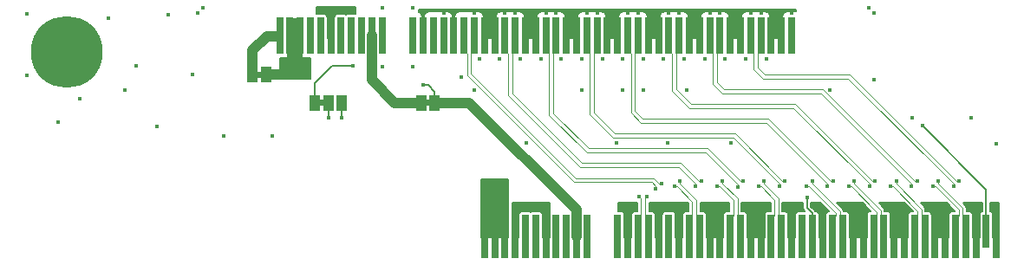
<source format=gtl>
%TF.GenerationSoftware,KiCad,Pcbnew,5.1.5+dfsg1-2build2*%
%TF.CreationDate,2020-11-04T23:41:29+01:00*%
%TF.ProjectId,HPE_FlexibleLOM_adapter_x4,4850455f-466c-4657-9869-626c654c4f4d,1.0 11.2020*%
%TF.SameCoordinates,Original*%
%TF.FileFunction,Copper,L1,Top*%
%TF.FilePolarity,Positive*%
%FSLAX46Y46*%
G04 Gerber Fmt 4.6, Leading zero omitted, Abs format (unit mm)*
G04 Created by KiCad (PCBNEW 5.1.5+dfsg1-2build2) date 2020-11-04 23:41:29*
%MOMM*%
%LPD*%
G04 APERTURE LIST*
%TA.AperFunction,EtchedComponent*%
%ADD10C,0.100000*%
%TD*%
%TA.AperFunction,ComponentPad*%
%ADD11C,7.000000*%
%TD*%
%TA.AperFunction,ComponentPad*%
%ADD12C,0.800000*%
%TD*%
%TA.AperFunction,SMDPad,CuDef*%
%ADD13R,0.700000X3.600000*%
%TD*%
%TA.AperFunction,SMDPad,CuDef*%
%ADD14R,1.000000X1.500000*%
%TD*%
%TA.AperFunction,ConnectorPad*%
%ADD15R,0.700000X4.300000*%
%TD*%
%TA.AperFunction,ConnectorPad*%
%ADD16R,0.700000X3.200000*%
%TD*%
%TA.AperFunction,ViaPad*%
%ADD17C,0.450000*%
%TD*%
%TA.AperFunction,Conductor*%
%ADD18C,0.090000*%
%TD*%
%TA.AperFunction,Conductor*%
%ADD19C,1.000000*%
%TD*%
%TA.AperFunction,Conductor*%
%ADD20C,0.127000*%
%TD*%
G04 APERTURE END LIST*
D10*
%TO.C,JP2*%
G36*
X98250000Y-107300000D02*
G01*
X97750000Y-107300000D01*
X97750000Y-106700000D01*
X98250000Y-106700000D01*
X98250000Y-107300000D01*
G37*
%TO.C,JP4*%
G36*
X103850000Y-109450000D02*
G01*
X104350000Y-109450000D01*
X104350000Y-110050000D01*
X103850000Y-110050000D01*
X103850000Y-109450000D01*
G37*
%TO.C,JP1*%
G36*
X114750000Y-110050000D02*
G01*
X114250000Y-110050000D01*
X114250000Y-109450000D01*
X114750000Y-109450000D01*
X114750000Y-110050000D01*
G37*
%TD*%
D11*
%TO.P,REF\002A\002A,1*%
%TO.N,N/C*%
X79200000Y-104750000D03*
D12*
X81825000Y-104750000D03*
X81056155Y-106606155D03*
X79200000Y-107375000D03*
X77343845Y-106606155D03*
X76575000Y-104750000D03*
X77343845Y-102893845D03*
X79200000Y-102125000D03*
X81056155Y-102893845D03*
%TD*%
D13*
%TO.P,J2,B1*%
%TO.N,Net-(J2-PadB1)*%
X100000000Y-103200000D03*
%TO.P,J2,B12*%
%TO.N,Net-(J2-PadB12)*%
X113000000Y-103200000D03*
%TO.P,J2,B13*%
%TO.N,GND*%
X114000000Y-103200000D03*
%TO.P,J2,B14*%
%TO.N,Net-(J2-PadB14)*%
X115000000Y-103200000D03*
%TO.P,J2,B15*%
%TO.N,Net-(J2-PadB15)*%
X116000000Y-103200000D03*
%TO.P,J2,B16*%
%TO.N,GND*%
X117000000Y-103200000D03*
%TO.P,J2,B17*%
%TO.N,/RX0+*%
X118000000Y-103200000D03*
%TO.P,J2,B18*%
%TO.N,/RX0-*%
X119000000Y-103200000D03*
%TO.P,J2,B19*%
%TO.N,GND*%
X120000000Y-103200000D03*
%TO.P,J2,B20*%
X121000000Y-103200000D03*
%TO.P,J2,B21*%
%TO.N,/RX1+*%
X122000000Y-103200000D03*
%TO.P,J2,B22*%
%TO.N,/RX1-*%
X123000000Y-103200000D03*
%TO.P,J2,B23*%
%TO.N,GND*%
X124000000Y-103200000D03*
%TO.P,J2,B24*%
X125000000Y-103200000D03*
%TO.P,J2,B25*%
%TO.N,/RX2+*%
X126000000Y-103200000D03*
%TO.P,J2,B26*%
%TO.N,/RX2-*%
X127000000Y-103200000D03*
%TO.P,J2,B27*%
%TO.N,GND*%
X128000000Y-103200000D03*
%TO.P,J2,B28*%
X129000000Y-103200000D03*
%TO.P,J2,B29*%
%TO.N,/RX3+*%
X130000000Y-103200000D03*
%TO.P,J2,B30*%
%TO.N,/RX3-*%
X131000000Y-103200000D03*
%TO.P,J2,B31*%
%TO.N,GND*%
X132000000Y-103200000D03*
%TO.P,J2,B32*%
X133000000Y-103200000D03*
%TO.P,J2,B33*%
%TO.N,/RX4+*%
X134000000Y-103200000D03*
%TO.P,J2,B34*%
%TO.N,/RX4-*%
X135000000Y-103200000D03*
%TO.P,J2,B35*%
%TO.N,GND*%
X136000000Y-103200000D03*
%TO.P,J2,B36*%
X137000000Y-103200000D03*
%TO.P,J2,B37*%
%TO.N,/RX5+*%
X138000000Y-103200000D03*
%TO.P,J2,B38*%
%TO.N,/RX5-*%
X139000000Y-103200000D03*
%TO.P,J2,B39*%
%TO.N,GND*%
X140000000Y-103200000D03*
%TO.P,J2,B40*%
X141000000Y-103200000D03*
%TO.P,J2,B41*%
%TO.N,/RX6+*%
X142000000Y-103200000D03*
%TO.P,J2,B42*%
%TO.N,/RX6-*%
X143000000Y-103200000D03*
%TO.P,J2,B43*%
%TO.N,GND*%
X144000000Y-103200000D03*
%TO.P,J2,B44*%
X145000000Y-103200000D03*
%TO.P,J2,B45*%
%TO.N,/RX7+*%
X146000000Y-103200000D03*
%TO.P,J2,B46*%
%TO.N,/RX7-*%
X147000000Y-103200000D03*
%TO.P,J2,B47*%
%TO.N,GND*%
X148000000Y-103200000D03*
%TO.P,J2,B48*%
X149000000Y-103200000D03*
%TO.P,J2,B49*%
%TO.N,Net-(J2-PadB49)*%
X150000000Y-103200000D03*
%TO.P,J2,B2*%
%TO.N,+12V*%
X101000000Y-103200000D03*
%TO.P,J2,B3*%
X102000000Y-103200000D03*
%TO.P,J2,B4*%
%TO.N,Net-(J2-PadB4)*%
X103000000Y-103200000D03*
%TO.P,J2,B5*%
%TO.N,Net-(J2-PadB5)*%
X104000000Y-103200000D03*
%TO.P,J2,B6*%
%TO.N,GND*%
X105000000Y-103200000D03*
%TO.P,J2,B7*%
%TO.N,Net-(J2-PadB7)*%
X106000000Y-103200000D03*
%TO.P,J2,B8*%
%TO.N,Net-(J2-PadB8)*%
X107000000Y-103200000D03*
%TO.P,J2,B9*%
%TO.N,Net-(J2-PadB9)*%
X108000000Y-103200000D03*
%TO.P,J2,B10*%
%TO.N,Net-(J2-PadB10)*%
X109000000Y-103200000D03*
%TO.P,J2,B11*%
%TO.N,Net-(J2-PadB11)*%
X110000000Y-103200000D03*
%TD*%
D14*
%TO.P,JP2,2*%
%TO.N,Net-(J2-PadB1)*%
X97350000Y-107000000D03*
%TO.P,JP2,1*%
%TO.N,+12V*%
X98650000Y-107000000D03*
%TD*%
%TO.P,JP4,2*%
%TO.N,Net-(J1-PadA1)*%
X104750000Y-109750000D03*
%TO.P,JP4,3*%
%TO.N,/PRSNT_x4*%
X106050000Y-109750000D03*
%TO.P,JP4,1*%
%TO.N,/PRSNT_x8*%
X103450000Y-109750000D03*
%TD*%
%TO.P,JP1,2*%
%TO.N,Net-(J2-PadB10)*%
X113850000Y-109750000D03*
%TO.P,JP1,1*%
%TO.N,+3V3*%
X115150000Y-109750000D03*
%TD*%
D15*
%TO.P,J1,B13*%
%TO.N,GND*%
X134000000Y-122850000D03*
%TO.P,J1,B12*%
%TO.N,Net-(J1-PadB12)*%
X133000000Y-122850000D03*
%TO.P,J1,B18*%
%TO.N,GND*%
X139000000Y-122850000D03*
%TO.P,J1,B17*%
%TO.N,Net-(J1-PadB17)*%
X138000000Y-122850000D03*
%TO.P,J1,B16*%
%TO.N,GND*%
X137000000Y-122850000D03*
%TO.P,J1,B15*%
%TO.N,/TX0-*%
X136000000Y-122850000D03*
%TO.P,J1,B14*%
%TO.N,/TX0+*%
X135000000Y-122850000D03*
%TO.P,J1,B11*%
%TO.N,Net-(J1-PadB11)*%
X130000000Y-122850000D03*
%TO.P,J1,B10*%
%TO.N,+3V3*%
X129000000Y-122850000D03*
%TO.P,J1,B9*%
%TO.N,Net-(J1-PadB9)*%
X128000000Y-122850000D03*
%TO.P,J1,B8*%
%TO.N,Net-(J1-PadB8)*%
X127000000Y-122850000D03*
%TO.P,J1,B7*%
%TO.N,GND*%
X126000000Y-122850000D03*
%TO.P,J1,B6*%
%TO.N,Net-(J1-PadB6)*%
X125000000Y-122850000D03*
%TO.P,J1,B5*%
%TO.N,Net-(J1-PadB5)*%
X124000000Y-122850000D03*
%TO.P,J1,B4*%
%TO.N,GND*%
X123000000Y-122850000D03*
%TO.P,J1,B3*%
%TO.N,+12V*%
X122000000Y-122850000D03*
%TO.P,J1,B2*%
X121000000Y-122850000D03*
%TO.P,J1,B1*%
X120000000Y-122850000D03*
%TO.P,J1,B19*%
%TO.N,/TX1+*%
X140000000Y-122850000D03*
%TO.P,J1,B20*%
%TO.N,/TX1-*%
X141000000Y-122850000D03*
%TO.P,J1,B21*%
%TO.N,GND*%
X142000000Y-122850000D03*
%TO.P,J1,B22*%
X143000000Y-122850000D03*
%TO.P,J1,B23*%
%TO.N,/TX2+*%
X144000000Y-122850000D03*
%TO.P,J1,B24*%
%TO.N,/TX2-*%
X145000000Y-122850000D03*
%TO.P,J1,B25*%
%TO.N,GND*%
X146000000Y-122850000D03*
%TO.P,J1,B26*%
X147000000Y-122850000D03*
%TO.P,J1,B27*%
%TO.N,/TX3+*%
X148000000Y-122850000D03*
%TO.P,J1,B28*%
%TO.N,/TX3-*%
X149000000Y-122850000D03*
%TO.P,J1,B29*%
%TO.N,GND*%
X150000000Y-122850000D03*
%TO.P,J1,B30*%
%TO.N,Net-(J1-PadB30)*%
X151000000Y-122850000D03*
%TO.P,J1,B31*%
%TO.N,/PRSNT_x4*%
X152000000Y-122850000D03*
%TO.P,J1,B32*%
%TO.N,GND*%
X153000000Y-122850000D03*
%TO.P,J1,B33*%
%TO.N,/TX4+*%
X154000000Y-122850000D03*
%TO.P,J1,B34*%
%TO.N,/TX4-*%
X155000000Y-122850000D03*
%TO.P,J1,B35*%
%TO.N,GND*%
X156000000Y-122850000D03*
%TO.P,J1,B36*%
X157000000Y-122850000D03*
%TO.P,J1,B37*%
%TO.N,/TX5+*%
X158000000Y-122850000D03*
%TO.P,J1,B38*%
%TO.N,/TX5-*%
X159000000Y-122850000D03*
%TO.P,J1,B39*%
%TO.N,GND*%
X160000000Y-122850000D03*
%TO.P,J1,B40*%
X161000000Y-122850000D03*
%TO.P,J1,B41*%
%TO.N,/TX6+*%
X162000000Y-122850000D03*
%TO.P,J1,B42*%
%TO.N,/TX6-*%
X163000000Y-122850000D03*
%TO.P,J1,B43*%
%TO.N,GND*%
X164000000Y-122850000D03*
%TO.P,J1,B44*%
X165000000Y-122850000D03*
%TO.P,J1,B45*%
%TO.N,/TX7+*%
X166000000Y-122850000D03*
%TO.P,J1,B46*%
%TO.N,/TX7-*%
X167000000Y-122850000D03*
%TO.P,J1,B47*%
%TO.N,GND*%
X168000000Y-122850000D03*
D16*
%TO.P,J1,B48*%
%TO.N,/PRSNT_x8*%
X169000000Y-122300000D03*
D15*
%TO.P,J1,B49*%
%TO.N,GND*%
X170000000Y-122850000D03*
%TD*%
D17*
%TO.N,/TX7-*%
X164297237Y-117402763D03*
%TO.N,/TX7+*%
X163752763Y-117947237D03*
%TO.N,/TX6-*%
X160197237Y-117402763D03*
%TO.N,/TX0-*%
X135885000Y-118900000D03*
%TO.N,/TX0+*%
X135115000Y-118900000D03*
%TO.N,+3V3*%
X114000000Y-108000000D03*
%TO.N,+12V*%
X121999999Y-118400000D03*
X120500000Y-118400000D03*
X121250000Y-118400000D03*
X120500000Y-120000000D03*
X122000000Y-120000000D03*
X122000000Y-119200000D03*
X121250000Y-117600000D03*
X122000000Y-117600000D03*
X121249999Y-120000000D03*
X121250000Y-119200000D03*
X120500000Y-117600000D03*
X120500000Y-119200000D03*
X100300000Y-105650000D03*
X100300001Y-107150000D03*
X100300000Y-106399999D03*
X102700000Y-107150000D03*
X102700000Y-105650000D03*
X102700000Y-106400000D03*
X101900000Y-105650000D03*
X101900000Y-106400000D03*
X101900000Y-107150000D03*
X101100000Y-107150000D03*
X101100000Y-106400000D03*
X101100000Y-105650000D03*
%TO.N,/RX0-*%
X137272237Y-117627763D03*
%TO.N,/RX0+*%
X136727763Y-118172237D03*
%TO.N,/RX1+*%
X140602763Y-117947237D03*
%TO.N,/RX1-*%
X141147237Y-117402763D03*
%TO.N,/RX2+*%
X144727763Y-117972237D03*
%TO.N,/RX2-*%
X145272237Y-117427763D03*
%TO.N,/RX3+*%
X148802763Y-117947237D03*
%TO.N,/RX3-*%
X149347237Y-117402763D03*
%TO.N,/TX1+*%
X138552763Y-117947237D03*
%TO.N,/TX1-*%
X139097237Y-117402763D03*
%TO.N,/TX2+*%
X142677763Y-117947237D03*
%TO.N,/TX2-*%
X143222237Y-117402763D03*
%TO.N,/TX3+*%
X146752763Y-117947237D03*
%TO.N,/TX3-*%
X147297237Y-117402763D03*
%TO.N,/RX4+*%
X153502763Y-117947237D03*
%TO.N,/RX4-*%
X154047237Y-117402763D03*
%TO.N,/RX5+*%
X157577763Y-117947237D03*
%TO.N,/RX5-*%
X158122237Y-117402763D03*
%TO.N,/RX6+*%
X161702763Y-117947237D03*
%TO.N,/RX6-*%
X162247237Y-117402763D03*
%TO.N,/RX7+*%
X165802763Y-117947237D03*
%TO.N,/RX7-*%
X166347237Y-117402763D03*
%TO.N,/TX4+*%
X151452763Y-117947237D03*
%TO.N,/TX4-*%
X151997237Y-117402763D03*
%TO.N,/TX5+*%
X155552763Y-117947237D03*
%TO.N,/TX5-*%
X156097237Y-117402763D03*
%TO.N,/TX6+*%
X159652763Y-117947237D03*
%TO.N,Net-(J1-PadA1)*%
X104750000Y-111250000D03*
%TO.N,GND*%
X124050000Y-113700000D03*
X155300000Y-120200000D03*
X157300000Y-120200000D03*
X161300000Y-120200000D03*
X133300000Y-119800000D03*
X136600000Y-119800000D03*
X139400000Y-119800000D03*
X138500000Y-119800000D03*
X141600000Y-119800000D03*
X143400000Y-119800000D03*
X145600000Y-119800000D03*
X147400000Y-119800000D03*
X149600000Y-119800000D03*
X152300000Y-119800000D03*
X169700000Y-119800000D03*
X167400000Y-120100000D03*
X165300000Y-120200000D03*
X159300000Y-120200000D03*
X123000000Y-120000000D03*
X126000000Y-120000000D03*
X125000000Y-120000000D03*
X124000000Y-120000000D03*
X134000000Y-101000000D03*
X135000000Y-101000000D03*
X131000000Y-101000000D03*
X130000000Y-101000000D03*
X126000000Y-101000000D03*
X127000000Y-101000000D03*
X123000000Y-101000000D03*
X122000000Y-101000000D03*
X119000000Y-101000000D03*
X116000000Y-101000000D03*
X114000000Y-101000000D03*
X138000000Y-101000000D03*
X139000000Y-101000000D03*
X142000000Y-101000000D03*
X143000000Y-101000000D03*
X146000000Y-101000000D03*
X147000000Y-101000000D03*
X150000000Y-101000000D03*
X107000000Y-100750000D03*
X104000000Y-100750000D03*
X106000000Y-100750000D03*
X105000000Y-100750000D03*
X121000000Y-101000000D03*
X120000000Y-101000000D03*
X117000000Y-101000000D03*
X124000000Y-101000000D03*
X125000000Y-101000000D03*
X128000000Y-101000000D03*
X129000000Y-101000000D03*
X132000000Y-101000000D03*
X133000000Y-101000000D03*
X136000000Y-101000000D03*
X137000000Y-101000000D03*
X140000000Y-101000000D03*
X141000000Y-101000000D03*
X144000000Y-101000000D03*
X145000000Y-101000000D03*
X148000000Y-101000000D03*
X149000000Y-101000000D03*
X110000000Y-100500000D03*
X113000000Y-100500000D03*
X92500000Y-100500000D03*
X92000000Y-101000000D03*
X99250000Y-113000000D03*
X94500000Y-113000000D03*
X119500000Y-105500000D03*
X121500000Y-105500000D03*
X123500000Y-105500000D03*
X125500000Y-105500000D03*
X127500000Y-105500000D03*
X129500000Y-105500000D03*
X131500000Y-105500000D03*
X133500000Y-105500000D03*
X135500000Y-105500000D03*
X137500000Y-105500000D03*
X139500000Y-105500000D03*
X141500000Y-105500000D03*
X143500000Y-105500000D03*
X145500000Y-105500000D03*
X147500000Y-105500000D03*
X157500000Y-100500000D03*
X167500000Y-111250000D03*
X170000000Y-113750000D03*
X133500000Y-108500000D03*
X135500000Y-108500000D03*
X153750000Y-108500000D03*
X119000000Y-108500000D03*
X139750000Y-108500000D03*
X129500000Y-108500000D03*
X158000000Y-107500000D03*
X161750000Y-111250000D03*
X144100000Y-113700000D03*
X137900000Y-113700000D03*
X132850000Y-113700000D03*
X113000000Y-106250000D03*
X110000000Y-106250000D03*
X117750000Y-107250000D03*
X158000000Y-101000000D03*
X88050000Y-112100000D03*
X86000000Y-106150000D03*
X83250000Y-101450000D03*
X75300000Y-101050000D03*
X75300000Y-107100000D03*
X80500000Y-109350000D03*
X84900000Y-108500000D03*
X78400000Y-111650000D03*
X89100000Y-101150000D03*
X91500000Y-107000000D03*
%TO.N,/PRSNT_x4*%
X151500000Y-119000000D03*
X106050000Y-111250000D03*
%TO.N,/PRSNT_x8*%
X162750000Y-112000000D03*
X107150000Y-106150000D03*
%TD*%
D18*
%TO.N,/TX7-*%
X166705000Y-120065086D02*
X164297237Y-117657323D01*
X164297237Y-117657323D02*
X164297237Y-117402763D01*
X166705000Y-120755000D02*
X166705000Y-120065086D01*
X167000000Y-122850000D02*
X167000000Y-121050000D01*
X167000000Y-121050000D02*
X166705000Y-120755000D01*
%TO.N,/TX7+*%
X164007323Y-117947237D02*
X163752763Y-117947237D01*
X166295000Y-120234914D02*
X164007323Y-117947237D01*
X166295000Y-120755000D02*
X166295000Y-120234914D01*
X166000000Y-121050000D02*
X166295000Y-120755000D01*
X166000000Y-122850000D02*
X166000000Y-121050000D01*
%TO.N,/TX6-*%
X160197237Y-117657323D02*
X160197237Y-117402763D01*
X162705000Y-120165086D02*
X160197237Y-117657323D01*
X162705000Y-120755000D02*
X162705000Y-120165086D01*
X163000000Y-122850000D02*
X163000000Y-121050000D01*
X163000000Y-121050000D02*
X162705000Y-120755000D01*
%TO.N,/TX0-*%
X136000000Y-122850000D02*
X136000000Y-121050000D01*
X136000000Y-121050000D02*
X135705000Y-120755000D01*
X135705000Y-119080000D02*
X135885000Y-118900000D01*
X135705000Y-120755000D02*
X135705000Y-119080000D01*
%TO.N,/TX0+*%
X135000000Y-121050000D02*
X135295000Y-120755000D01*
X135000000Y-122850000D02*
X135000000Y-121050000D01*
X135295000Y-119080000D02*
X135115000Y-118900000D01*
X135295000Y-120755000D02*
X135295000Y-119080000D01*
D19*
%TO.N,+3V3*%
X129000000Y-120221398D02*
X118528602Y-109750000D01*
X129000000Y-122850000D02*
X129000000Y-120221398D01*
X118528602Y-109750000D02*
X115250000Y-109750000D01*
D20*
X115150000Y-108650000D02*
X114500000Y-108000000D01*
X114500000Y-108000000D02*
X114000000Y-108000000D01*
X115150000Y-109750000D02*
X115150000Y-108650000D01*
D19*
%TO.N,+12V*%
X98650000Y-107000000D02*
X100300000Y-107000000D01*
D18*
%TO.N,/RX0-*%
X119000000Y-103200000D02*
X119000000Y-104650000D01*
X119000000Y-104650000D02*
X118705000Y-104945000D01*
X137017677Y-117627763D02*
X137272237Y-117627763D01*
X118705000Y-106890086D02*
X128934914Y-117120000D01*
X136509914Y-117120000D02*
X137017677Y-117627763D01*
X128934914Y-117120000D02*
X136509914Y-117120000D01*
X118705000Y-104945000D02*
X118705000Y-106890086D01*
%TO.N,/RX0+*%
X136727763Y-117917677D02*
X136727763Y-118172237D01*
X136340086Y-117530000D02*
X136727763Y-117917677D01*
X118295000Y-104945000D02*
X118295000Y-107059914D01*
X118000000Y-103200000D02*
X118000000Y-104650000D01*
X128765086Y-117530000D02*
X136340086Y-117530000D01*
X118000000Y-104650000D02*
X118295000Y-104945000D01*
X118295000Y-107059914D02*
X128765086Y-117530000D01*
%TO.N,/RX1+*%
X122295000Y-104945000D02*
X122295000Y-109034914D01*
X122000000Y-103200000D02*
X122000000Y-104650000D01*
X129340086Y-116080000D02*
X138990086Y-116080000D01*
X122000000Y-104650000D02*
X122295000Y-104945000D01*
X122295000Y-109034914D02*
X129340086Y-116080000D01*
X138990086Y-116080000D02*
X140602763Y-117692677D01*
X140602763Y-117692677D02*
X140602763Y-117947237D01*
%TO.N,/RX1-*%
X140892677Y-117402763D02*
X141147237Y-117402763D01*
X129509914Y-115670000D02*
X139159914Y-115670000D01*
X123000000Y-103200000D02*
X123000000Y-104650000D01*
X139159914Y-115670000D02*
X140892677Y-117402763D01*
X123000000Y-104650000D02*
X122705000Y-104945000D01*
X122705000Y-104945000D02*
X122705000Y-108865086D01*
X122705000Y-108865086D02*
X129509914Y-115670000D01*
%TO.N,/RX2+*%
X126000000Y-104650000D02*
X126295000Y-104945000D01*
X126000000Y-103200000D02*
X126000000Y-104650000D01*
X126295000Y-104945000D02*
X126295000Y-110934914D01*
X126295000Y-110934914D02*
X129990086Y-114630000D01*
X144727763Y-117717677D02*
X144727763Y-117972237D01*
X141640086Y-114630000D02*
X144727763Y-117717677D01*
X129990086Y-114630000D02*
X141640086Y-114630000D01*
%TO.N,/RX2-*%
X127000000Y-104650000D02*
X126705000Y-104945000D01*
X127000000Y-103200000D02*
X127000000Y-104650000D01*
X126705000Y-104945000D02*
X126705000Y-110765086D01*
X126705000Y-110765086D02*
X130159914Y-114220000D01*
X141809914Y-114220000D02*
X145017677Y-117427763D01*
X130159914Y-114220000D02*
X141809914Y-114220000D01*
X145017677Y-117427763D02*
X145272237Y-117427763D01*
%TO.N,/RX3+*%
X130000000Y-104650000D02*
X130295000Y-104945000D01*
X130000000Y-103200000D02*
X130000000Y-104650000D01*
X130295000Y-104945000D02*
X130295000Y-110909914D01*
X130295000Y-110909914D02*
X132565086Y-113180000D01*
X148802763Y-117692677D02*
X148802763Y-117947237D01*
X144290086Y-113180000D02*
X148802763Y-117692677D01*
X132565086Y-113180000D02*
X144290086Y-113180000D01*
%TO.N,/RX3-*%
X131000000Y-104650000D02*
X130705000Y-104945000D01*
X131000000Y-103200000D02*
X131000000Y-104650000D01*
X130705000Y-104945000D02*
X130705000Y-110740086D01*
X130705000Y-110740086D02*
X132734914Y-112770000D01*
X149092677Y-117402763D02*
X149347237Y-117402763D01*
X144459914Y-112770000D02*
X149092677Y-117402763D01*
X132734914Y-112770000D02*
X144459914Y-112770000D01*
%TO.N,/TX1+*%
X138807323Y-117947237D02*
X138552763Y-117947237D01*
X140295000Y-119434914D02*
X138807323Y-117947237D01*
X140295000Y-120755000D02*
X140295000Y-119434914D01*
X140000000Y-121050000D02*
X140295000Y-120755000D01*
X140000000Y-122850000D02*
X140000000Y-121050000D01*
%TO.N,/TX1-*%
X140705000Y-119265086D02*
X139097237Y-117657323D01*
X140705000Y-120755000D02*
X140705000Y-119265086D01*
X141000000Y-122850000D02*
X141000000Y-121050000D01*
X141000000Y-121050000D02*
X140705000Y-120755000D01*
X139097237Y-117657323D02*
X139097237Y-117402763D01*
%TO.N,/TX2+*%
X144000000Y-121050000D02*
X144000000Y-122850000D01*
X144295000Y-120755000D02*
X144000000Y-121050000D01*
X144295000Y-119309914D02*
X144295000Y-120755000D01*
X142677763Y-117947237D02*
X142932323Y-117947237D01*
X142932323Y-117947237D02*
X144295000Y-119309914D01*
%TO.N,/TX2-*%
X145000000Y-121050000D02*
X145000000Y-122850000D01*
X144705000Y-120755000D02*
X145000000Y-121050000D01*
X143222237Y-117657323D02*
X144705000Y-119140086D01*
X144705000Y-119140086D02*
X144705000Y-120755000D01*
X143222237Y-117402763D02*
X143222237Y-117657323D01*
%TO.N,/TX3+*%
X148000000Y-121050000D02*
X148295000Y-120755000D01*
X148000000Y-122850000D02*
X148000000Y-121050000D01*
X147007323Y-117947237D02*
X146752763Y-117947237D01*
X148295000Y-119234914D02*
X147007323Y-117947237D01*
X148295000Y-120755000D02*
X148295000Y-119234914D01*
%TO.N,/TX3-*%
X149000000Y-121050000D02*
X148705000Y-120755000D01*
X149000000Y-122850000D02*
X149000000Y-121050000D01*
X147297237Y-117657323D02*
X147297237Y-117402763D01*
X148705000Y-119065086D02*
X147297237Y-117657323D01*
X148705000Y-120755000D02*
X148705000Y-119065086D01*
%TO.N,/RX4+*%
X153502763Y-117692677D02*
X153502763Y-117947237D01*
X134000000Y-104650000D02*
X134295000Y-104945000D01*
X134295000Y-104945000D02*
X134295000Y-110734914D01*
X134295000Y-110734914D02*
X135290086Y-111730000D01*
X135290086Y-111730000D02*
X147540086Y-111730000D01*
X134000000Y-103200000D02*
X134000000Y-104650000D01*
X147540086Y-111730000D02*
X153502763Y-117692677D01*
%TO.N,/RX4-*%
X147709914Y-111320000D02*
X153792677Y-117402763D01*
X135459914Y-111320000D02*
X147709914Y-111320000D01*
X135000000Y-104650000D02*
X134705000Y-104945000D01*
X134705000Y-104945000D02*
X134705000Y-110565086D01*
X135000000Y-103200000D02*
X135000000Y-104650000D01*
X153792677Y-117402763D02*
X154047237Y-117402763D01*
X134705000Y-110565086D02*
X135459914Y-111320000D01*
%TO.N,/RX5+*%
X139965086Y-110280000D02*
X150165086Y-110280000D01*
X138000000Y-103200000D02*
X138000000Y-104650000D01*
X138000000Y-104650000D02*
X138295000Y-104945000D01*
X138295000Y-104945000D02*
X138295000Y-108609914D01*
X138295000Y-108609914D02*
X139965086Y-110280000D01*
X157577763Y-117692677D02*
X157577763Y-117947237D01*
X150165086Y-110280000D02*
X157577763Y-117692677D01*
%TO.N,/RX5-*%
X150334914Y-109870000D02*
X157867677Y-117402763D01*
X157867677Y-117402763D02*
X158122237Y-117402763D01*
X140134914Y-109870000D02*
X150334914Y-109870000D01*
X139000000Y-103200000D02*
X139000000Y-104650000D01*
X139000000Y-104650000D02*
X138705000Y-104945000D01*
X138705000Y-104945000D02*
X138705000Y-108440086D01*
X138705000Y-108440086D02*
X140134914Y-109870000D01*
%TO.N,/RX6+*%
X142000000Y-104650000D02*
X142295000Y-104945000D01*
X142000000Y-103200000D02*
X142000000Y-104650000D01*
X142295000Y-104945000D02*
X142295000Y-107909914D01*
X142295000Y-107909914D02*
X143215086Y-108830000D01*
X161702763Y-117692677D02*
X161702763Y-117947237D01*
X152840086Y-108830000D02*
X161702763Y-117692677D01*
X143215086Y-108830000D02*
X152840086Y-108830000D01*
%TO.N,/RX6-*%
X143000000Y-104650000D02*
X142705000Y-104945000D01*
X143000000Y-103200000D02*
X143000000Y-104650000D01*
X142705000Y-104945000D02*
X142705000Y-107740086D01*
X142705000Y-107740086D02*
X143384914Y-108420000D01*
X143384914Y-108420000D02*
X153009914Y-108420000D01*
X153009914Y-108420000D02*
X161992677Y-117402763D01*
X161992677Y-117402763D02*
X162247237Y-117402763D01*
%TO.N,/RX7+*%
X146000000Y-104650000D02*
X146295000Y-104945000D01*
X146000000Y-103200000D02*
X146000000Y-104650000D01*
X146295000Y-104945000D02*
X146295000Y-106509914D01*
X146295000Y-106509914D02*
X147165086Y-107380000D01*
X165802763Y-117692677D02*
X165802763Y-117947237D01*
X155490086Y-107380000D02*
X165802763Y-117692677D01*
X147165086Y-107380000D02*
X155490086Y-107380000D01*
%TO.N,/RX7-*%
X147000000Y-104650000D02*
X146705000Y-104945000D01*
X147000000Y-103200000D02*
X147000000Y-104650000D01*
X146705000Y-104945000D02*
X146705000Y-106340086D01*
X146705000Y-106340086D02*
X147334914Y-106970000D01*
X166092677Y-117402763D02*
X166347237Y-117402763D01*
X155659914Y-106970000D02*
X166092677Y-117402763D01*
X147334914Y-106970000D02*
X155659914Y-106970000D01*
%TO.N,/TX4+*%
X151707323Y-117947237D02*
X151452763Y-117947237D01*
X154295000Y-120534914D02*
X151707323Y-117947237D01*
X154295000Y-120755000D02*
X154295000Y-120534914D01*
X154000000Y-121050000D02*
X154295000Y-120755000D01*
X154000000Y-122850000D02*
X154000000Y-121050000D01*
%TO.N,/TX4-*%
X151997237Y-117657323D02*
X151997237Y-117402763D01*
X154705000Y-120755000D02*
X154705000Y-120365086D01*
X154705000Y-120365086D02*
X151997237Y-117657323D01*
X155000000Y-121050000D02*
X154705000Y-120755000D01*
X155000000Y-122850000D02*
X155000000Y-121050000D01*
%TO.N,/TX5+*%
X155807323Y-117947237D02*
X155552763Y-117947237D01*
X158295000Y-120434914D02*
X155807323Y-117947237D01*
X158295000Y-120755000D02*
X158295000Y-120434914D01*
X158000000Y-121050000D02*
X158295000Y-120755000D01*
X158000000Y-122850000D02*
X158000000Y-121050000D01*
%TO.N,/TX5-*%
X156097237Y-117657323D02*
X156097237Y-117402763D01*
X159000000Y-121050000D02*
X158705000Y-120755000D01*
X159000000Y-122850000D02*
X159000000Y-121050000D01*
X158705000Y-120265086D02*
X156097237Y-117657323D01*
X158705000Y-120755000D02*
X158705000Y-120265086D01*
%TO.N,/TX6+*%
X159907323Y-117947237D02*
X159652763Y-117947237D01*
X162295000Y-120334914D02*
X159907323Y-117947237D01*
X162295000Y-120755000D02*
X162295000Y-120334914D01*
X162000000Y-121050000D02*
X162295000Y-120755000D01*
X162000000Y-122850000D02*
X162000000Y-121050000D01*
D19*
%TO.N,Net-(J2-PadB10)*%
X109000000Y-103200000D02*
X109000000Y-107500000D01*
X111250000Y-109750000D02*
X113750000Y-109750000D01*
X109000000Y-107500000D02*
X111250000Y-109750000D01*
D20*
%TO.N,Net-(J1-PadA1)*%
X104750000Y-111250000D02*
X104750000Y-109750000D01*
D19*
%TO.N,Net-(J2-PadB1)*%
X97350000Y-106500000D02*
X97350000Y-104650000D01*
X97350000Y-104650000D02*
X98750000Y-103250000D01*
X98750000Y-103250000D02*
X99750000Y-103250000D01*
D20*
%TO.N,/PRSNT_x4*%
X106050000Y-109750000D02*
X106050000Y-111250000D01*
X152000000Y-122850000D02*
X152000000Y-120573000D01*
X152000000Y-120573000D02*
X151500000Y-120073000D01*
X151500000Y-120073000D02*
X151500000Y-119000000D01*
%TO.N,/PRSNT_x8*%
X169000000Y-118250000D02*
X162750000Y-112000000D01*
X169000000Y-122300000D02*
X169000000Y-118250000D01*
X103450000Y-109750000D02*
X103450000Y-107850000D01*
X105150000Y-106150000D02*
X107150000Y-106150000D01*
X103450000Y-107850000D02*
X105150000Y-106150000D01*
%TD*%
%TO.N,GND*%
G36*
X134932500Y-120380964D02*
G01*
X134650000Y-120380964D01*
X134587759Y-120387094D01*
X134527910Y-120405249D01*
X134472753Y-120434731D01*
X134424407Y-120474407D01*
X134384731Y-120522753D01*
X134355249Y-120577910D01*
X134337094Y-120637759D01*
X134330964Y-120700000D01*
X134330964Y-122936500D01*
X133669036Y-122936500D01*
X133669036Y-120700000D01*
X133662906Y-120637759D01*
X133644751Y-120577910D01*
X133615269Y-120522753D01*
X133575593Y-120474407D01*
X133527247Y-120434731D01*
X133472090Y-120405249D01*
X133412241Y-120387094D01*
X133350000Y-120380964D01*
X133063500Y-120380964D01*
X133063500Y-119563500D01*
X134932501Y-119563500D01*
X134932500Y-120380964D01*
G37*
X134932500Y-120380964D02*
X134650000Y-120380964D01*
X134587759Y-120387094D01*
X134527910Y-120405249D01*
X134472753Y-120434731D01*
X134424407Y-120474407D01*
X134384731Y-120522753D01*
X134355249Y-120577910D01*
X134337094Y-120637759D01*
X134330964Y-120700000D01*
X134330964Y-122936500D01*
X133669036Y-122936500D01*
X133669036Y-120700000D01*
X133662906Y-120637759D01*
X133644751Y-120577910D01*
X133615269Y-120522753D01*
X133575593Y-120474407D01*
X133527247Y-120434731D01*
X133472090Y-120405249D01*
X133412241Y-120387094D01*
X133350000Y-120380964D01*
X133063500Y-120380964D01*
X133063500Y-119563500D01*
X134932501Y-119563500D01*
X134932500Y-120380964D01*
G36*
X139932501Y-119585068D02*
G01*
X139932500Y-120380964D01*
X139650000Y-120380964D01*
X139587759Y-120387094D01*
X139527910Y-120405249D01*
X139472753Y-120434731D01*
X139424407Y-120474407D01*
X139384731Y-120522753D01*
X139355249Y-120577910D01*
X139337094Y-120637759D01*
X139330964Y-120700000D01*
X139330964Y-122936500D01*
X138669036Y-122936500D01*
X138669036Y-120700000D01*
X138662906Y-120637759D01*
X138644751Y-120577910D01*
X138615269Y-120522753D01*
X138575593Y-120474407D01*
X138527247Y-120434731D01*
X138472090Y-120405249D01*
X138412241Y-120387094D01*
X138350000Y-120380964D01*
X137650000Y-120380964D01*
X137587759Y-120387094D01*
X137527910Y-120405249D01*
X137472753Y-120434731D01*
X137424407Y-120474407D01*
X137384731Y-120522753D01*
X137355249Y-120577910D01*
X137337094Y-120637759D01*
X137330964Y-120700000D01*
X137330964Y-122936500D01*
X136669036Y-122936500D01*
X136669036Y-120700000D01*
X136662906Y-120637759D01*
X136644751Y-120577910D01*
X136615269Y-120522753D01*
X136575593Y-120474407D01*
X136527247Y-120434731D01*
X136472090Y-120405249D01*
X136412241Y-120387094D01*
X136350000Y-120380964D01*
X136067500Y-120380964D01*
X136067500Y-119563500D01*
X139910933Y-119563500D01*
X139932501Y-119585068D01*
G37*
X139932501Y-119585068D02*
X139932500Y-120380964D01*
X139650000Y-120380964D01*
X139587759Y-120387094D01*
X139527910Y-120405249D01*
X139472753Y-120434731D01*
X139424407Y-120474407D01*
X139384731Y-120522753D01*
X139355249Y-120577910D01*
X139337094Y-120637759D01*
X139330964Y-120700000D01*
X139330964Y-122936500D01*
X138669036Y-122936500D01*
X138669036Y-120700000D01*
X138662906Y-120637759D01*
X138644751Y-120577910D01*
X138615269Y-120522753D01*
X138575593Y-120474407D01*
X138527247Y-120434731D01*
X138472090Y-120405249D01*
X138412241Y-120387094D01*
X138350000Y-120380964D01*
X137650000Y-120380964D01*
X137587759Y-120387094D01*
X137527910Y-120405249D01*
X137472753Y-120434731D01*
X137424407Y-120474407D01*
X137384731Y-120522753D01*
X137355249Y-120577910D01*
X137337094Y-120637759D01*
X137330964Y-120700000D01*
X137330964Y-122936500D01*
X136669036Y-122936500D01*
X136669036Y-120700000D01*
X136662906Y-120637759D01*
X136644751Y-120577910D01*
X136615269Y-120522753D01*
X136575593Y-120474407D01*
X136527247Y-120434731D01*
X136472090Y-120405249D01*
X136412241Y-120387094D01*
X136350000Y-120380964D01*
X136067500Y-120380964D01*
X136067500Y-119563500D01*
X139910933Y-119563500D01*
X139932501Y-119585068D01*
G36*
X143932501Y-120380964D02*
G01*
X143650000Y-120380964D01*
X143587759Y-120387094D01*
X143527910Y-120405249D01*
X143472753Y-120434731D01*
X143424407Y-120474407D01*
X143384731Y-120522753D01*
X143355249Y-120577910D01*
X143337094Y-120637759D01*
X143330964Y-120700000D01*
X143330964Y-122936500D01*
X141669036Y-122936500D01*
X141669036Y-120700000D01*
X141662906Y-120637759D01*
X141644751Y-120577910D01*
X141615269Y-120522753D01*
X141575593Y-120474407D01*
X141527247Y-120434731D01*
X141472090Y-120405249D01*
X141412241Y-120387094D01*
X141350000Y-120380964D01*
X141067500Y-120380964D01*
X141067500Y-119563500D01*
X143932500Y-119563500D01*
X143932501Y-120380964D01*
G37*
X143932501Y-120380964D02*
X143650000Y-120380964D01*
X143587759Y-120387094D01*
X143527910Y-120405249D01*
X143472753Y-120434731D01*
X143424407Y-120474407D01*
X143384731Y-120522753D01*
X143355249Y-120577910D01*
X143337094Y-120637759D01*
X143330964Y-120700000D01*
X143330964Y-122936500D01*
X141669036Y-122936500D01*
X141669036Y-120700000D01*
X141662906Y-120637759D01*
X141644751Y-120577910D01*
X141615269Y-120522753D01*
X141575593Y-120474407D01*
X141527247Y-120434731D01*
X141472090Y-120405249D01*
X141412241Y-120387094D01*
X141350000Y-120380964D01*
X141067500Y-120380964D01*
X141067500Y-119563500D01*
X143932500Y-119563500D01*
X143932501Y-120380964D01*
G36*
X147932500Y-120380964D02*
G01*
X147650000Y-120380964D01*
X147587759Y-120387094D01*
X147527910Y-120405249D01*
X147472753Y-120434731D01*
X147424407Y-120474407D01*
X147384731Y-120522753D01*
X147355249Y-120577910D01*
X147337094Y-120637759D01*
X147330964Y-120700000D01*
X147330964Y-122936500D01*
X145669036Y-122936500D01*
X145669036Y-120700000D01*
X145662906Y-120637759D01*
X145644751Y-120577910D01*
X145615269Y-120522753D01*
X145575593Y-120474407D01*
X145527247Y-120434731D01*
X145472090Y-120405249D01*
X145412241Y-120387094D01*
X145350000Y-120380964D01*
X145067500Y-120380964D01*
X145067500Y-119563500D01*
X147932501Y-119563500D01*
X147932500Y-120380964D01*
G37*
X147932500Y-120380964D02*
X147650000Y-120380964D01*
X147587759Y-120387094D01*
X147527910Y-120405249D01*
X147472753Y-120434731D01*
X147424407Y-120474407D01*
X147384731Y-120522753D01*
X147355249Y-120577910D01*
X147337094Y-120637759D01*
X147330964Y-120700000D01*
X147330964Y-122936500D01*
X145669036Y-122936500D01*
X145669036Y-120700000D01*
X145662906Y-120637759D01*
X145644751Y-120577910D01*
X145615269Y-120522753D01*
X145575593Y-120474407D01*
X145527247Y-120434731D01*
X145472090Y-120405249D01*
X145412241Y-120387094D01*
X145350000Y-120380964D01*
X145067500Y-120380964D01*
X145067500Y-119563500D01*
X147932501Y-119563500D01*
X147932500Y-120380964D01*
G36*
X151119000Y-120054290D02*
G01*
X151117157Y-120073000D01*
X151119000Y-120091710D01*
X151119000Y-120091712D01*
X151124513Y-120147688D01*
X151145574Y-120217116D01*
X151146299Y-120219507D01*
X151181678Y-120285696D01*
X151188512Y-120294023D01*
X151229289Y-120343711D01*
X151243832Y-120355646D01*
X151269150Y-120380964D01*
X150650000Y-120380964D01*
X150587759Y-120387094D01*
X150527910Y-120405249D01*
X150472753Y-120434731D01*
X150424407Y-120474407D01*
X150384731Y-120522753D01*
X150355249Y-120577910D01*
X150337094Y-120637759D01*
X150330964Y-120700000D01*
X150330964Y-122936500D01*
X149669036Y-122936500D01*
X149669036Y-120700000D01*
X149662906Y-120637759D01*
X149644751Y-120577910D01*
X149615269Y-120522753D01*
X149575593Y-120474407D01*
X149527247Y-120434731D01*
X149472090Y-120405249D01*
X149412241Y-120387094D01*
X149350000Y-120380964D01*
X149067500Y-120380964D01*
X149067500Y-119563500D01*
X151119001Y-119563500D01*
X151119000Y-120054290D01*
G37*
X151119000Y-120054290D02*
X151117157Y-120073000D01*
X151119000Y-120091710D01*
X151119000Y-120091712D01*
X151124513Y-120147688D01*
X151145574Y-120217116D01*
X151146299Y-120219507D01*
X151181678Y-120285696D01*
X151188512Y-120294023D01*
X151229289Y-120343711D01*
X151243832Y-120355646D01*
X151269150Y-120380964D01*
X150650000Y-120380964D01*
X150587759Y-120387094D01*
X150527910Y-120405249D01*
X150472753Y-120434731D01*
X150424407Y-120474407D01*
X150384731Y-120522753D01*
X150355249Y-120577910D01*
X150337094Y-120637759D01*
X150330964Y-120700000D01*
X150330964Y-122936500D01*
X149669036Y-122936500D01*
X149669036Y-120700000D01*
X149662906Y-120637759D01*
X149644751Y-120577910D01*
X149615269Y-120522753D01*
X149575593Y-120474407D01*
X149527247Y-120434731D01*
X149472090Y-120405249D01*
X149412241Y-120387094D01*
X149350000Y-120380964D01*
X149067500Y-120380964D01*
X149067500Y-119563500D01*
X151119001Y-119563500D01*
X151119000Y-120054290D01*
G36*
X153630334Y-120382901D02*
G01*
X153587759Y-120387094D01*
X153527910Y-120405249D01*
X153472753Y-120434731D01*
X153424407Y-120474407D01*
X153384731Y-120522753D01*
X153355249Y-120577910D01*
X153337094Y-120637759D01*
X153330964Y-120700000D01*
X153330964Y-122936500D01*
X152669036Y-122936500D01*
X152669036Y-120700000D01*
X152662906Y-120637759D01*
X152644751Y-120577910D01*
X152615269Y-120522753D01*
X152575593Y-120474407D01*
X152527247Y-120434731D01*
X152472090Y-120405249D01*
X152412241Y-120387094D01*
X152350000Y-120380964D01*
X152329366Y-120380964D01*
X152318322Y-120360303D01*
X152282639Y-120316824D01*
X152270711Y-120302289D01*
X152256174Y-120290359D01*
X151881000Y-119915186D01*
X151881000Y-119563500D01*
X152810933Y-119563500D01*
X153630334Y-120382901D01*
G37*
X153630334Y-120382901D02*
X153587759Y-120387094D01*
X153527910Y-120405249D01*
X153472753Y-120434731D01*
X153424407Y-120474407D01*
X153384731Y-120522753D01*
X153355249Y-120577910D01*
X153337094Y-120637759D01*
X153330964Y-120700000D01*
X153330964Y-122936500D01*
X152669036Y-122936500D01*
X152669036Y-120700000D01*
X152662906Y-120637759D01*
X152644751Y-120577910D01*
X152615269Y-120522753D01*
X152575593Y-120474407D01*
X152527247Y-120434731D01*
X152472090Y-120405249D01*
X152412241Y-120387094D01*
X152350000Y-120380964D01*
X152329366Y-120380964D01*
X152318322Y-120360303D01*
X152282639Y-120316824D01*
X152270711Y-120302289D01*
X152256174Y-120290359D01*
X151881000Y-119915186D01*
X151881000Y-119563500D01*
X152810933Y-119563500D01*
X153630334Y-120382901D01*
G36*
X157728398Y-120380964D02*
G01*
X157650000Y-120380964D01*
X157587759Y-120387094D01*
X157527910Y-120405249D01*
X157472753Y-120434731D01*
X157424407Y-120474407D01*
X157384731Y-120522753D01*
X157355249Y-120577910D01*
X157337094Y-120637759D01*
X157330964Y-120700000D01*
X157330964Y-122936500D01*
X155669036Y-122936500D01*
X155669036Y-120700000D01*
X155662906Y-120637759D01*
X155644751Y-120577910D01*
X155615269Y-120522753D01*
X155575593Y-120474407D01*
X155527247Y-120434731D01*
X155472090Y-120405249D01*
X155412241Y-120387094D01*
X155350000Y-120380964D01*
X155067689Y-120380964D01*
X155069253Y-120365085D01*
X155064528Y-120317116D01*
X155062254Y-120294024D01*
X155041526Y-120225692D01*
X155030187Y-120204479D01*
X155007865Y-120162717D01*
X154973911Y-120121344D01*
X154973910Y-120121343D01*
X154962566Y-120107520D01*
X154948743Y-120096176D01*
X154416067Y-119563500D01*
X156910934Y-119563500D01*
X157728398Y-120380964D01*
G37*
X157728398Y-120380964D02*
X157650000Y-120380964D01*
X157587759Y-120387094D01*
X157527910Y-120405249D01*
X157472753Y-120434731D01*
X157424407Y-120474407D01*
X157384731Y-120522753D01*
X157355249Y-120577910D01*
X157337094Y-120637759D01*
X157330964Y-120700000D01*
X157330964Y-122936500D01*
X155669036Y-122936500D01*
X155669036Y-120700000D01*
X155662906Y-120637759D01*
X155644751Y-120577910D01*
X155615269Y-120522753D01*
X155575593Y-120474407D01*
X155527247Y-120434731D01*
X155472090Y-120405249D01*
X155412241Y-120387094D01*
X155350000Y-120380964D01*
X155067689Y-120380964D01*
X155069253Y-120365085D01*
X155064528Y-120317116D01*
X155062254Y-120294024D01*
X155041526Y-120225692D01*
X155030187Y-120204479D01*
X155007865Y-120162717D01*
X154973911Y-120121344D01*
X154973910Y-120121343D01*
X154962566Y-120107520D01*
X154948743Y-120096176D01*
X154416067Y-119563500D01*
X156910934Y-119563500D01*
X157728398Y-120380964D01*
G36*
X161828397Y-120380964D02*
G01*
X161650000Y-120380964D01*
X161587759Y-120387094D01*
X161527910Y-120405249D01*
X161472753Y-120434731D01*
X161424407Y-120474407D01*
X161384731Y-120522753D01*
X161355249Y-120577910D01*
X161337094Y-120637759D01*
X161330964Y-120700000D01*
X161330964Y-122936500D01*
X159669036Y-122936500D01*
X159669036Y-120700000D01*
X159662906Y-120637759D01*
X159644751Y-120577910D01*
X159615269Y-120522753D01*
X159575593Y-120474407D01*
X159527247Y-120434731D01*
X159472090Y-120405249D01*
X159412241Y-120387094D01*
X159350000Y-120380964D01*
X159067500Y-120380964D01*
X159067500Y-120282882D01*
X159069253Y-120265086D01*
X159067500Y-120247288D01*
X159062254Y-120194024D01*
X159041526Y-120125692D01*
X159031813Y-120107520D01*
X159007865Y-120062717D01*
X158982696Y-120032049D01*
X158962566Y-120007520D01*
X158948737Y-119996171D01*
X158516066Y-119563500D01*
X161010933Y-119563500D01*
X161828397Y-120380964D01*
G37*
X161828397Y-120380964D02*
X161650000Y-120380964D01*
X161587759Y-120387094D01*
X161527910Y-120405249D01*
X161472753Y-120434731D01*
X161424407Y-120474407D01*
X161384731Y-120522753D01*
X161355249Y-120577910D01*
X161337094Y-120637759D01*
X161330964Y-120700000D01*
X161330964Y-122936500D01*
X159669036Y-122936500D01*
X159669036Y-120700000D01*
X159662906Y-120637759D01*
X159644751Y-120577910D01*
X159615269Y-120522753D01*
X159575593Y-120474407D01*
X159527247Y-120434731D01*
X159472090Y-120405249D01*
X159412241Y-120387094D01*
X159350000Y-120380964D01*
X159067500Y-120380964D01*
X159067500Y-120282882D01*
X159069253Y-120265086D01*
X159067500Y-120247288D01*
X159062254Y-120194024D01*
X159041526Y-120125692D01*
X159031813Y-120107520D01*
X159007865Y-120062717D01*
X158982696Y-120032049D01*
X158962566Y-120007520D01*
X158948737Y-119996171D01*
X158516066Y-119563500D01*
X161010933Y-119563500D01*
X161828397Y-120380964D01*
G36*
X165928397Y-120380964D02*
G01*
X165650000Y-120380964D01*
X165587759Y-120387094D01*
X165527910Y-120405249D01*
X165472753Y-120434731D01*
X165424407Y-120474407D01*
X165384731Y-120522753D01*
X165355249Y-120577910D01*
X165337094Y-120637759D01*
X165330964Y-120700000D01*
X165330964Y-122936500D01*
X163669036Y-122936500D01*
X163669036Y-120700000D01*
X163662906Y-120637759D01*
X163644751Y-120577910D01*
X163615269Y-120522753D01*
X163575593Y-120474407D01*
X163527247Y-120434731D01*
X163472090Y-120405249D01*
X163412241Y-120387094D01*
X163350000Y-120380964D01*
X163067500Y-120380964D01*
X163067500Y-120182881D01*
X163069253Y-120165085D01*
X163065373Y-120125692D01*
X163062254Y-120094024D01*
X163041526Y-120025692D01*
X163007865Y-119962718D01*
X162962566Y-119907520D01*
X162948737Y-119896171D01*
X162616066Y-119563500D01*
X165110933Y-119563500D01*
X165928397Y-120380964D01*
G37*
X165928397Y-120380964D02*
X165650000Y-120380964D01*
X165587759Y-120387094D01*
X165527910Y-120405249D01*
X165472753Y-120434731D01*
X165424407Y-120474407D01*
X165384731Y-120522753D01*
X165355249Y-120577910D01*
X165337094Y-120637759D01*
X165330964Y-120700000D01*
X165330964Y-122936500D01*
X163669036Y-122936500D01*
X163669036Y-120700000D01*
X163662906Y-120637759D01*
X163644751Y-120577910D01*
X163615269Y-120522753D01*
X163575593Y-120474407D01*
X163527247Y-120434731D01*
X163472090Y-120405249D01*
X163412241Y-120387094D01*
X163350000Y-120380964D01*
X163067500Y-120380964D01*
X163067500Y-120182881D01*
X163069253Y-120165085D01*
X163065373Y-120125692D01*
X163062254Y-120094024D01*
X163041526Y-120025692D01*
X163007865Y-119962718D01*
X162962566Y-119907520D01*
X162948737Y-119896171D01*
X162616066Y-119563500D01*
X165110933Y-119563500D01*
X165928397Y-120380964D01*
G36*
X168619000Y-120384017D02*
G01*
X168587759Y-120387094D01*
X168527910Y-120405249D01*
X168472753Y-120434731D01*
X168424407Y-120474407D01*
X168384731Y-120522753D01*
X168355249Y-120577910D01*
X168337094Y-120637759D01*
X168330964Y-120700000D01*
X168330964Y-122936500D01*
X167669036Y-122936500D01*
X167669036Y-120700000D01*
X167662906Y-120637759D01*
X167644751Y-120577910D01*
X167615269Y-120522753D01*
X167575593Y-120474407D01*
X167527247Y-120434731D01*
X167472090Y-120405249D01*
X167412241Y-120387094D01*
X167350000Y-120380964D01*
X167067500Y-120380964D01*
X167067500Y-120082881D01*
X167069253Y-120065085D01*
X167065373Y-120025692D01*
X167062254Y-119994024D01*
X167041526Y-119925692D01*
X167039202Y-119921344D01*
X167007865Y-119862717D01*
X166973911Y-119821344D01*
X166973910Y-119821343D01*
X166962566Y-119807520D01*
X166948743Y-119796176D01*
X166716067Y-119563500D01*
X168619000Y-119563500D01*
X168619000Y-120384017D01*
G37*
X168619000Y-120384017D02*
X168587759Y-120387094D01*
X168527910Y-120405249D01*
X168472753Y-120434731D01*
X168424407Y-120474407D01*
X168384731Y-120522753D01*
X168355249Y-120577910D01*
X168337094Y-120637759D01*
X168330964Y-120700000D01*
X168330964Y-122936500D01*
X167669036Y-122936500D01*
X167669036Y-120700000D01*
X167662906Y-120637759D01*
X167644751Y-120577910D01*
X167615269Y-120522753D01*
X167575593Y-120474407D01*
X167527247Y-120434731D01*
X167472090Y-120405249D01*
X167412241Y-120387094D01*
X167350000Y-120380964D01*
X167067500Y-120380964D01*
X167067500Y-120082881D01*
X167069253Y-120065085D01*
X167065373Y-120025692D01*
X167062254Y-119994024D01*
X167041526Y-119925692D01*
X167039202Y-119921344D01*
X167007865Y-119862717D01*
X166973911Y-119821344D01*
X166973910Y-119821343D01*
X166962566Y-119807520D01*
X166948743Y-119796176D01*
X166716067Y-119563500D01*
X168619000Y-119563500D01*
X168619000Y-120384017D01*
G36*
X170186500Y-122936500D02*
G01*
X169669036Y-122936500D01*
X169669036Y-120700000D01*
X169662906Y-120637759D01*
X169644751Y-120577910D01*
X169615269Y-120522753D01*
X169575593Y-120474407D01*
X169527247Y-120434731D01*
X169472090Y-120405249D01*
X169412241Y-120387094D01*
X169381000Y-120384017D01*
X169381000Y-119563500D01*
X170186500Y-119563500D01*
X170186500Y-122936500D01*
G37*
X170186500Y-122936500D02*
X169669036Y-122936500D01*
X169669036Y-120700000D01*
X169662906Y-120637759D01*
X169644751Y-120577910D01*
X169615269Y-120522753D01*
X169575593Y-120474407D01*
X169527247Y-120434731D01*
X169472090Y-120405249D01*
X169412241Y-120387094D01*
X169381000Y-120384017D01*
X169381000Y-119563500D01*
X170186500Y-119563500D01*
X170186500Y-122936500D01*
G36*
X126336500Y-120643790D02*
G01*
X126330964Y-120700000D01*
X126330964Y-122936500D01*
X125669036Y-122936500D01*
X125669036Y-120700000D01*
X125662906Y-120637759D01*
X125644751Y-120577910D01*
X125615269Y-120522753D01*
X125575593Y-120474407D01*
X125527247Y-120434731D01*
X125472090Y-120405249D01*
X125412241Y-120387094D01*
X125350000Y-120380964D01*
X124650000Y-120380964D01*
X124587759Y-120387094D01*
X124527910Y-120405249D01*
X124500000Y-120420167D01*
X124472090Y-120405249D01*
X124412241Y-120387094D01*
X124350000Y-120380964D01*
X123650000Y-120380964D01*
X123587759Y-120387094D01*
X123527910Y-120405249D01*
X123472753Y-120434731D01*
X123424407Y-120474407D01*
X123384731Y-120522753D01*
X123355249Y-120577910D01*
X123337094Y-120637759D01*
X123330964Y-120700000D01*
X123330964Y-122936500D01*
X122717500Y-122936500D01*
X122717500Y-119563500D01*
X126336500Y-119563500D01*
X126336500Y-120643790D01*
G37*
X126336500Y-120643790D02*
X126330964Y-120700000D01*
X126330964Y-122936500D01*
X125669036Y-122936500D01*
X125669036Y-120700000D01*
X125662906Y-120637759D01*
X125644751Y-120577910D01*
X125615269Y-120522753D01*
X125575593Y-120474407D01*
X125527247Y-120434731D01*
X125472090Y-120405249D01*
X125412241Y-120387094D01*
X125350000Y-120380964D01*
X124650000Y-120380964D01*
X124587759Y-120387094D01*
X124527910Y-120405249D01*
X124500000Y-120420167D01*
X124472090Y-120405249D01*
X124412241Y-120387094D01*
X124350000Y-120380964D01*
X123650000Y-120380964D01*
X123587759Y-120387094D01*
X123527910Y-120405249D01*
X123472753Y-120434731D01*
X123424407Y-120474407D01*
X123384731Y-120522753D01*
X123355249Y-120577910D01*
X123337094Y-120637759D01*
X123330964Y-120700000D01*
X123330964Y-122936500D01*
X122717500Y-122936500D01*
X122717500Y-119563500D01*
X126336500Y-119563500D01*
X126336500Y-120643790D01*
G36*
X150436500Y-100834254D02*
G01*
X150350000Y-100825735D01*
X149650000Y-100825735D01*
X149537966Y-100836769D01*
X149430238Y-100869448D01*
X149330955Y-100922516D01*
X149243933Y-100993933D01*
X149172516Y-101080955D01*
X149119448Y-101180238D01*
X149086769Y-101287966D01*
X149075735Y-101400000D01*
X149075735Y-103436500D01*
X147924265Y-103436500D01*
X147924265Y-101400000D01*
X147913231Y-101287966D01*
X147880552Y-101180238D01*
X147827484Y-101080955D01*
X147756067Y-100993933D01*
X147669045Y-100922516D01*
X147569762Y-100869448D01*
X147462034Y-100836769D01*
X147350000Y-100825735D01*
X146650000Y-100825735D01*
X146537966Y-100836769D01*
X146500000Y-100848286D01*
X146462034Y-100836769D01*
X146350000Y-100825735D01*
X145650000Y-100825735D01*
X145537966Y-100836769D01*
X145430238Y-100869448D01*
X145330955Y-100922516D01*
X145243933Y-100993933D01*
X145172516Y-101080955D01*
X145119448Y-101180238D01*
X145086769Y-101287966D01*
X145075735Y-101400000D01*
X145075735Y-103436500D01*
X143924265Y-103436500D01*
X143924265Y-101400000D01*
X143913231Y-101287966D01*
X143880552Y-101180238D01*
X143827484Y-101080955D01*
X143756067Y-100993933D01*
X143669045Y-100922516D01*
X143569762Y-100869448D01*
X143462034Y-100836769D01*
X143350000Y-100825735D01*
X142650000Y-100825735D01*
X142537966Y-100836769D01*
X142500000Y-100848286D01*
X142462034Y-100836769D01*
X142350000Y-100825735D01*
X141650000Y-100825735D01*
X141537966Y-100836769D01*
X141430238Y-100869448D01*
X141330955Y-100922516D01*
X141243933Y-100993933D01*
X141172516Y-101080955D01*
X141119448Y-101180238D01*
X141086769Y-101287966D01*
X141075735Y-101400000D01*
X141075735Y-103436500D01*
X139924265Y-103436500D01*
X139924265Y-101400000D01*
X139913231Y-101287966D01*
X139880552Y-101180238D01*
X139827484Y-101080955D01*
X139756067Y-100993933D01*
X139669045Y-100922516D01*
X139569762Y-100869448D01*
X139462034Y-100836769D01*
X139350000Y-100825735D01*
X138650000Y-100825735D01*
X138537966Y-100836769D01*
X138500000Y-100848286D01*
X138462034Y-100836769D01*
X138350000Y-100825735D01*
X137650000Y-100825735D01*
X137537966Y-100836769D01*
X137430238Y-100869448D01*
X137330955Y-100922516D01*
X137243933Y-100993933D01*
X137172516Y-101080955D01*
X137119448Y-101180238D01*
X137086769Y-101287966D01*
X137075735Y-101400000D01*
X137075735Y-103436500D01*
X135924265Y-103436500D01*
X135924265Y-101400000D01*
X135913231Y-101287966D01*
X135880552Y-101180238D01*
X135827484Y-101080955D01*
X135756067Y-100993933D01*
X135669045Y-100922516D01*
X135569762Y-100869448D01*
X135462034Y-100836769D01*
X135350000Y-100825735D01*
X134650000Y-100825735D01*
X134537966Y-100836769D01*
X134500000Y-100848286D01*
X134462034Y-100836769D01*
X134350000Y-100825735D01*
X133650000Y-100825735D01*
X133537966Y-100836769D01*
X133430238Y-100869448D01*
X133330955Y-100922516D01*
X133243933Y-100993933D01*
X133172516Y-101080955D01*
X133119448Y-101180238D01*
X133086769Y-101287966D01*
X133075735Y-101400000D01*
X133075735Y-103436500D01*
X131924265Y-103436500D01*
X131924265Y-101400000D01*
X131913231Y-101287966D01*
X131880552Y-101180238D01*
X131827484Y-101080955D01*
X131756067Y-100993933D01*
X131669045Y-100922516D01*
X131569762Y-100869448D01*
X131462034Y-100836769D01*
X131350000Y-100825735D01*
X130650000Y-100825735D01*
X130537966Y-100836769D01*
X130500000Y-100848286D01*
X130462034Y-100836769D01*
X130350000Y-100825735D01*
X129650000Y-100825735D01*
X129537966Y-100836769D01*
X129430238Y-100869448D01*
X129330955Y-100922516D01*
X129243933Y-100993933D01*
X129172516Y-101080955D01*
X129119448Y-101180238D01*
X129086769Y-101287966D01*
X129075735Y-101400000D01*
X129075735Y-103436500D01*
X127924265Y-103436500D01*
X127924265Y-101400000D01*
X127913231Y-101287966D01*
X127880552Y-101180238D01*
X127827484Y-101080955D01*
X127756067Y-100993933D01*
X127669045Y-100922516D01*
X127569762Y-100869448D01*
X127462034Y-100836769D01*
X127350000Y-100825735D01*
X126650000Y-100825735D01*
X126537966Y-100836769D01*
X126500000Y-100848286D01*
X126462034Y-100836769D01*
X126350000Y-100825735D01*
X125650000Y-100825735D01*
X125537966Y-100836769D01*
X125430238Y-100869448D01*
X125330955Y-100922516D01*
X125243933Y-100993933D01*
X125172516Y-101080955D01*
X125119448Y-101180238D01*
X125086769Y-101287966D01*
X125075735Y-101400000D01*
X125075735Y-103436500D01*
X123924265Y-103436500D01*
X123924265Y-101400000D01*
X123913231Y-101287966D01*
X123880552Y-101180238D01*
X123827484Y-101080955D01*
X123756067Y-100993933D01*
X123669045Y-100922516D01*
X123569762Y-100869448D01*
X123462034Y-100836769D01*
X123350000Y-100825735D01*
X122650000Y-100825735D01*
X122537966Y-100836769D01*
X122500000Y-100848286D01*
X122462034Y-100836769D01*
X122350000Y-100825735D01*
X121650000Y-100825735D01*
X121537966Y-100836769D01*
X121430238Y-100869448D01*
X121330955Y-100922516D01*
X121243933Y-100993933D01*
X121172516Y-101080955D01*
X121119448Y-101180238D01*
X121086769Y-101287966D01*
X121075735Y-101400000D01*
X121075735Y-103436500D01*
X119924265Y-103436500D01*
X119924265Y-101400000D01*
X119913231Y-101287966D01*
X119880552Y-101180238D01*
X119827484Y-101080955D01*
X119756067Y-100993933D01*
X119669045Y-100922516D01*
X119569762Y-100869448D01*
X119462034Y-100836769D01*
X119350000Y-100825735D01*
X118650000Y-100825735D01*
X118537966Y-100836769D01*
X118500000Y-100848286D01*
X118462034Y-100836769D01*
X118350000Y-100825735D01*
X117650000Y-100825735D01*
X117537966Y-100836769D01*
X117430238Y-100869448D01*
X117330955Y-100922516D01*
X117243933Y-100993933D01*
X117172516Y-101080955D01*
X117119448Y-101180238D01*
X117086769Y-101287966D01*
X117075735Y-101400000D01*
X117075735Y-103436500D01*
X116924265Y-103436500D01*
X116924265Y-101400000D01*
X116913231Y-101287966D01*
X116880552Y-101180238D01*
X116827484Y-101080955D01*
X116756067Y-100993933D01*
X116669045Y-100922516D01*
X116569762Y-100869448D01*
X116462034Y-100836769D01*
X116350000Y-100825735D01*
X115650000Y-100825735D01*
X115537966Y-100836769D01*
X115500000Y-100848286D01*
X115462034Y-100836769D01*
X115350000Y-100825735D01*
X114650000Y-100825735D01*
X114537966Y-100836769D01*
X114430238Y-100869448D01*
X114330955Y-100922516D01*
X114243933Y-100993933D01*
X114172516Y-101080955D01*
X114119448Y-101180238D01*
X114086769Y-101287966D01*
X114075735Y-101400000D01*
X114075735Y-103436500D01*
X113924265Y-103436500D01*
X113924265Y-101400000D01*
X113913231Y-101287966D01*
X113880552Y-101180238D01*
X113827484Y-101080955D01*
X113756067Y-100993933D01*
X113669045Y-100922516D01*
X113569762Y-100869448D01*
X113563500Y-100867548D01*
X113563500Y-100631500D01*
X150436500Y-100631500D01*
X150436500Y-100834254D01*
G37*
X150436500Y-100834254D02*
X150350000Y-100825735D01*
X149650000Y-100825735D01*
X149537966Y-100836769D01*
X149430238Y-100869448D01*
X149330955Y-100922516D01*
X149243933Y-100993933D01*
X149172516Y-101080955D01*
X149119448Y-101180238D01*
X149086769Y-101287966D01*
X149075735Y-101400000D01*
X149075735Y-103436500D01*
X147924265Y-103436500D01*
X147924265Y-101400000D01*
X147913231Y-101287966D01*
X147880552Y-101180238D01*
X147827484Y-101080955D01*
X147756067Y-100993933D01*
X147669045Y-100922516D01*
X147569762Y-100869448D01*
X147462034Y-100836769D01*
X147350000Y-100825735D01*
X146650000Y-100825735D01*
X146537966Y-100836769D01*
X146500000Y-100848286D01*
X146462034Y-100836769D01*
X146350000Y-100825735D01*
X145650000Y-100825735D01*
X145537966Y-100836769D01*
X145430238Y-100869448D01*
X145330955Y-100922516D01*
X145243933Y-100993933D01*
X145172516Y-101080955D01*
X145119448Y-101180238D01*
X145086769Y-101287966D01*
X145075735Y-101400000D01*
X145075735Y-103436500D01*
X143924265Y-103436500D01*
X143924265Y-101400000D01*
X143913231Y-101287966D01*
X143880552Y-101180238D01*
X143827484Y-101080955D01*
X143756067Y-100993933D01*
X143669045Y-100922516D01*
X143569762Y-100869448D01*
X143462034Y-100836769D01*
X143350000Y-100825735D01*
X142650000Y-100825735D01*
X142537966Y-100836769D01*
X142500000Y-100848286D01*
X142462034Y-100836769D01*
X142350000Y-100825735D01*
X141650000Y-100825735D01*
X141537966Y-100836769D01*
X141430238Y-100869448D01*
X141330955Y-100922516D01*
X141243933Y-100993933D01*
X141172516Y-101080955D01*
X141119448Y-101180238D01*
X141086769Y-101287966D01*
X141075735Y-101400000D01*
X141075735Y-103436500D01*
X139924265Y-103436500D01*
X139924265Y-101400000D01*
X139913231Y-101287966D01*
X139880552Y-101180238D01*
X139827484Y-101080955D01*
X139756067Y-100993933D01*
X139669045Y-100922516D01*
X139569762Y-100869448D01*
X139462034Y-100836769D01*
X139350000Y-100825735D01*
X138650000Y-100825735D01*
X138537966Y-100836769D01*
X138500000Y-100848286D01*
X138462034Y-100836769D01*
X138350000Y-100825735D01*
X137650000Y-100825735D01*
X137537966Y-100836769D01*
X137430238Y-100869448D01*
X137330955Y-100922516D01*
X137243933Y-100993933D01*
X137172516Y-101080955D01*
X137119448Y-101180238D01*
X137086769Y-101287966D01*
X137075735Y-101400000D01*
X137075735Y-103436500D01*
X135924265Y-103436500D01*
X135924265Y-101400000D01*
X135913231Y-101287966D01*
X135880552Y-101180238D01*
X135827484Y-101080955D01*
X135756067Y-100993933D01*
X135669045Y-100922516D01*
X135569762Y-100869448D01*
X135462034Y-100836769D01*
X135350000Y-100825735D01*
X134650000Y-100825735D01*
X134537966Y-100836769D01*
X134500000Y-100848286D01*
X134462034Y-100836769D01*
X134350000Y-100825735D01*
X133650000Y-100825735D01*
X133537966Y-100836769D01*
X133430238Y-100869448D01*
X133330955Y-100922516D01*
X133243933Y-100993933D01*
X133172516Y-101080955D01*
X133119448Y-101180238D01*
X133086769Y-101287966D01*
X133075735Y-101400000D01*
X133075735Y-103436500D01*
X131924265Y-103436500D01*
X131924265Y-101400000D01*
X131913231Y-101287966D01*
X131880552Y-101180238D01*
X131827484Y-101080955D01*
X131756067Y-100993933D01*
X131669045Y-100922516D01*
X131569762Y-100869448D01*
X131462034Y-100836769D01*
X131350000Y-100825735D01*
X130650000Y-100825735D01*
X130537966Y-100836769D01*
X130500000Y-100848286D01*
X130462034Y-100836769D01*
X130350000Y-100825735D01*
X129650000Y-100825735D01*
X129537966Y-100836769D01*
X129430238Y-100869448D01*
X129330955Y-100922516D01*
X129243933Y-100993933D01*
X129172516Y-101080955D01*
X129119448Y-101180238D01*
X129086769Y-101287966D01*
X129075735Y-101400000D01*
X129075735Y-103436500D01*
X127924265Y-103436500D01*
X127924265Y-101400000D01*
X127913231Y-101287966D01*
X127880552Y-101180238D01*
X127827484Y-101080955D01*
X127756067Y-100993933D01*
X127669045Y-100922516D01*
X127569762Y-100869448D01*
X127462034Y-100836769D01*
X127350000Y-100825735D01*
X126650000Y-100825735D01*
X126537966Y-100836769D01*
X126500000Y-100848286D01*
X126462034Y-100836769D01*
X126350000Y-100825735D01*
X125650000Y-100825735D01*
X125537966Y-100836769D01*
X125430238Y-100869448D01*
X125330955Y-100922516D01*
X125243933Y-100993933D01*
X125172516Y-101080955D01*
X125119448Y-101180238D01*
X125086769Y-101287966D01*
X125075735Y-101400000D01*
X125075735Y-103436500D01*
X123924265Y-103436500D01*
X123924265Y-101400000D01*
X123913231Y-101287966D01*
X123880552Y-101180238D01*
X123827484Y-101080955D01*
X123756067Y-100993933D01*
X123669045Y-100922516D01*
X123569762Y-100869448D01*
X123462034Y-100836769D01*
X123350000Y-100825735D01*
X122650000Y-100825735D01*
X122537966Y-100836769D01*
X122500000Y-100848286D01*
X122462034Y-100836769D01*
X122350000Y-100825735D01*
X121650000Y-100825735D01*
X121537966Y-100836769D01*
X121430238Y-100869448D01*
X121330955Y-100922516D01*
X121243933Y-100993933D01*
X121172516Y-101080955D01*
X121119448Y-101180238D01*
X121086769Y-101287966D01*
X121075735Y-101400000D01*
X121075735Y-103436500D01*
X119924265Y-103436500D01*
X119924265Y-101400000D01*
X119913231Y-101287966D01*
X119880552Y-101180238D01*
X119827484Y-101080955D01*
X119756067Y-100993933D01*
X119669045Y-100922516D01*
X119569762Y-100869448D01*
X119462034Y-100836769D01*
X119350000Y-100825735D01*
X118650000Y-100825735D01*
X118537966Y-100836769D01*
X118500000Y-100848286D01*
X118462034Y-100836769D01*
X118350000Y-100825735D01*
X117650000Y-100825735D01*
X117537966Y-100836769D01*
X117430238Y-100869448D01*
X117330955Y-100922516D01*
X117243933Y-100993933D01*
X117172516Y-101080955D01*
X117119448Y-101180238D01*
X117086769Y-101287966D01*
X117075735Y-101400000D01*
X117075735Y-103436500D01*
X116924265Y-103436500D01*
X116924265Y-101400000D01*
X116913231Y-101287966D01*
X116880552Y-101180238D01*
X116827484Y-101080955D01*
X116756067Y-100993933D01*
X116669045Y-100922516D01*
X116569762Y-100869448D01*
X116462034Y-100836769D01*
X116350000Y-100825735D01*
X115650000Y-100825735D01*
X115537966Y-100836769D01*
X115500000Y-100848286D01*
X115462034Y-100836769D01*
X115350000Y-100825735D01*
X114650000Y-100825735D01*
X114537966Y-100836769D01*
X114430238Y-100869448D01*
X114330955Y-100922516D01*
X114243933Y-100993933D01*
X114172516Y-101080955D01*
X114119448Y-101180238D01*
X114086769Y-101287966D01*
X114075735Y-101400000D01*
X114075735Y-103436500D01*
X113924265Y-103436500D01*
X113924265Y-101400000D01*
X113913231Y-101287966D01*
X113880552Y-101180238D01*
X113827484Y-101080955D01*
X113756067Y-100993933D01*
X113669045Y-100922516D01*
X113569762Y-100869448D01*
X113563500Y-100867548D01*
X113563500Y-100631500D01*
X150436500Y-100631500D01*
X150436500Y-100834254D01*
%TO.N,+12V*%
G36*
X102186500Y-105300000D02*
G01*
X102187720Y-105312388D01*
X102191334Y-105324300D01*
X102197202Y-105335279D01*
X102205099Y-105344901D01*
X102214721Y-105352798D01*
X102225700Y-105358666D01*
X102237612Y-105362280D01*
X102250000Y-105363500D01*
X102986500Y-105363500D01*
X102986500Y-107436500D01*
X100013500Y-107436500D01*
X100013500Y-105363500D01*
X100750000Y-105363500D01*
X100762388Y-105362280D01*
X100774300Y-105358666D01*
X100785279Y-105352798D01*
X100794901Y-105344901D01*
X100802798Y-105335279D01*
X100808666Y-105324300D01*
X100812280Y-105312388D01*
X100813500Y-105300000D01*
X100813500Y-101563500D01*
X102186500Y-101563500D01*
X102186500Y-105300000D01*
G37*
X102186500Y-105300000D02*
X102187720Y-105312388D01*
X102191334Y-105324300D01*
X102197202Y-105335279D01*
X102205099Y-105344901D01*
X102214721Y-105352798D01*
X102225700Y-105358666D01*
X102237612Y-105362280D01*
X102250000Y-105363500D01*
X102986500Y-105363500D01*
X102986500Y-107436500D01*
X100013500Y-107436500D01*
X100013500Y-105363500D01*
X100750000Y-105363500D01*
X100762388Y-105362280D01*
X100774300Y-105358666D01*
X100785279Y-105352798D01*
X100794901Y-105344901D01*
X100802798Y-105335279D01*
X100808666Y-105324300D01*
X100812280Y-105312388D01*
X100813500Y-105300000D01*
X100813500Y-101563500D01*
X102186500Y-101563500D01*
X102186500Y-105300000D01*
G36*
X122336500Y-120643790D02*
G01*
X122330964Y-120700000D01*
X122330964Y-122936500D01*
X119717500Y-122936500D01*
X119717500Y-117881949D01*
X119712182Y-117827957D01*
X119692500Y-117763074D01*
X119692500Y-117213500D01*
X122336500Y-117213500D01*
X122336500Y-120643790D01*
G37*
X122336500Y-120643790D02*
X122330964Y-120700000D01*
X122330964Y-122936500D01*
X119717500Y-122936500D01*
X119717500Y-117881949D01*
X119712182Y-117827957D01*
X119692500Y-117763074D01*
X119692500Y-117213500D01*
X122336500Y-117213500D01*
X122336500Y-120643790D01*
%TO.N,GND*%
G36*
X107436500Y-101094453D02*
G01*
X107412241Y-101087094D01*
X107350000Y-101080964D01*
X106650000Y-101080964D01*
X106587759Y-101087094D01*
X106527910Y-101105249D01*
X106500000Y-101120167D01*
X106472090Y-101105249D01*
X106412241Y-101087094D01*
X106350000Y-101080964D01*
X105650000Y-101080964D01*
X105587759Y-101087094D01*
X105527910Y-101105249D01*
X105472753Y-101134731D01*
X105424407Y-101174407D01*
X105384731Y-101222753D01*
X105355249Y-101277910D01*
X105337094Y-101337759D01*
X105330964Y-101400000D01*
X105330964Y-103379251D01*
X104669036Y-103399937D01*
X104669036Y-101400000D01*
X104662906Y-101337759D01*
X104644751Y-101277910D01*
X104615269Y-101222753D01*
X104575593Y-101174407D01*
X104527247Y-101134731D01*
X104472090Y-101105249D01*
X104412241Y-101087094D01*
X104350000Y-101080964D01*
X103650000Y-101080964D01*
X103587759Y-101087094D01*
X103563500Y-101094453D01*
X103563500Y-100377500D01*
X107436500Y-100377500D01*
X107436500Y-101094453D01*
G37*
X107436500Y-101094453D02*
X107412241Y-101087094D01*
X107350000Y-101080964D01*
X106650000Y-101080964D01*
X106587759Y-101087094D01*
X106527910Y-101105249D01*
X106500000Y-101120167D01*
X106472090Y-101105249D01*
X106412241Y-101087094D01*
X106350000Y-101080964D01*
X105650000Y-101080964D01*
X105587759Y-101087094D01*
X105527910Y-101105249D01*
X105472753Y-101134731D01*
X105424407Y-101174407D01*
X105384731Y-101222753D01*
X105355249Y-101277910D01*
X105337094Y-101337759D01*
X105330964Y-101400000D01*
X105330964Y-103379251D01*
X104669036Y-103399937D01*
X104669036Y-101400000D01*
X104662906Y-101337759D01*
X104644751Y-101277910D01*
X104615269Y-101222753D01*
X104575593Y-101174407D01*
X104527247Y-101134731D01*
X104472090Y-101105249D01*
X104412241Y-101087094D01*
X104350000Y-101080964D01*
X103650000Y-101080964D01*
X103587759Y-101087094D01*
X103563500Y-101094453D01*
X103563500Y-100377500D01*
X107436500Y-100377500D01*
X107436500Y-101094453D01*
%TD*%
M02*

</source>
